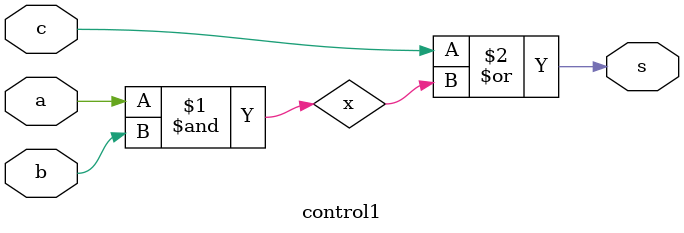
<source format=v>
module control1(a,b,c,s);
input a,b,c;
output s;
wire x;
assign x = a & b;
assign s = c | x;

endmodule
</source>
